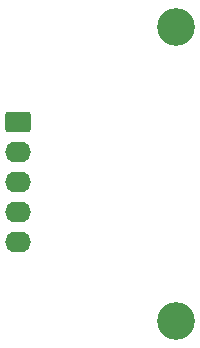
<source format=gbr>
%TF.GenerationSoftware,KiCad,Pcbnew,8.0.5*%
%TF.CreationDate,2024-11-05T12:58:27-06:00*%
%TF.ProjectId,golf_club_imu,676f6c66-5f63-46c7-9562-5f696d752e6b,rev?*%
%TF.SameCoordinates,Original*%
%TF.FileFunction,Soldermask,Bot*%
%TF.FilePolarity,Negative*%
%FSLAX46Y46*%
G04 Gerber Fmt 4.6, Leading zero omitted, Abs format (unit mm)*
G04 Created by KiCad (PCBNEW 8.0.5) date 2024-11-05 12:58:27*
%MOMM*%
%LPD*%
G01*
G04 APERTURE LIST*
G04 Aperture macros list*
%AMRoundRect*
0 Rectangle with rounded corners*
0 $1 Rounding radius*
0 $2 $3 $4 $5 $6 $7 $8 $9 X,Y pos of 4 corners*
0 Add a 4 corners polygon primitive as box body*
4,1,4,$2,$3,$4,$5,$6,$7,$8,$9,$2,$3,0*
0 Add four circle primitives for the rounded corners*
1,1,$1+$1,$2,$3*
1,1,$1+$1,$4,$5*
1,1,$1+$1,$6,$7*
1,1,$1+$1,$8,$9*
0 Add four rect primitives between the rounded corners*
20,1,$1+$1,$2,$3,$4,$5,0*
20,1,$1+$1,$4,$5,$6,$7,0*
20,1,$1+$1,$6,$7,$8,$9,0*
20,1,$1+$1,$8,$9,$2,$3,0*%
G04 Aperture macros list end*
%ADD10C,3.200000*%
%ADD11RoundRect,0.250000X-0.845000X0.620000X-0.845000X-0.620000X0.845000X-0.620000X0.845000X0.620000X0*%
%ADD12O,2.190000X1.740000*%
G04 APERTURE END LIST*
D10*
%TO.C,H1*%
X145084800Y-44805600D03*
%TD*%
%TO.C,H2*%
X145084800Y-69697600D03*
%TD*%
D11*
%TO.C,IMU_IO1*%
X131653600Y-52832000D03*
D12*
X131653600Y-55372000D03*
X131653600Y-57912000D03*
X131653600Y-60452000D03*
X131653600Y-62992000D03*
%TD*%
M02*

</source>
